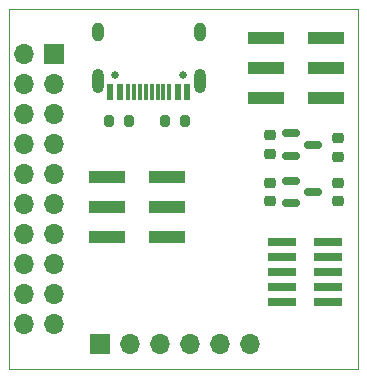
<source format=gbr>
G04 #@! TF.GenerationSoftware,KiCad,Pcbnew,(6.99.0-1917-g23fb4c7433)*
G04 #@! TF.CreationDate,2022-06-18T14:57:07+10:00*
G04 #@! TF.ProjectId,JtagArm20Adapter,4a746167-4172-46d3-9230-416461707465,rev?*
G04 #@! TF.SameCoordinates,PX8404630PY68290a0*
G04 #@! TF.FileFunction,Soldermask,Top*
G04 #@! TF.FilePolarity,Negative*
%FSLAX46Y46*%
G04 Gerber Fmt 4.6, Leading zero omitted, Abs format (unit mm)*
G04 Created by KiCad (PCBNEW (6.99.0-1917-g23fb4c7433)) date 2022-06-18 14:57:07*
%MOMM*%
%LPD*%
G01*
G04 APERTURE LIST*
G04 Aperture macros list*
%AMRoundRect*
0 Rectangle with rounded corners*
0 $1 Rounding radius*
0 $2 $3 $4 $5 $6 $7 $8 $9 X,Y pos of 4 corners*
0 Add a 4 corners polygon primitive as box body*
4,1,4,$2,$3,$4,$5,$6,$7,$8,$9,$2,$3,0*
0 Add four circle primitives for the rounded corners*
1,1,$1+$1,$2,$3*
1,1,$1+$1,$4,$5*
1,1,$1+$1,$6,$7*
1,1,$1+$1,$8,$9*
0 Add four rect primitives between the rounded corners*
20,1,$1+$1,$2,$3,$4,$5,0*
20,1,$1+$1,$4,$5,$6,$7,0*
20,1,$1+$1,$6,$7,$8,$9,0*
20,1,$1+$1,$8,$9,$2,$3,0*%
G04 Aperture macros list end*
%ADD10R,2.400000X0.740000*%
%ADD11R,1.700000X1.700000*%
%ADD12O,1.700000X1.700000*%
%ADD13RoundRect,0.225000X0.250000X-0.225000X0.250000X0.225000X-0.250000X0.225000X-0.250000X-0.225000X0*%
%ADD14RoundRect,0.200000X-0.200000X-0.275000X0.200000X-0.275000X0.200000X0.275000X-0.200000X0.275000X0*%
%ADD15RoundRect,0.200000X0.200000X0.275000X-0.200000X0.275000X-0.200000X-0.275000X0.200000X-0.275000X0*%
%ADD16R,3.150000X1.000000*%
%ADD17RoundRect,0.150000X-0.587500X-0.150000X0.587500X-0.150000X0.587500X0.150000X-0.587500X0.150000X0*%
%ADD18RoundRect,0.225000X-0.250000X0.225000X-0.250000X-0.225000X0.250000X-0.225000X0.250000X0.225000X0*%
%ADD19C,0.650000*%
%ADD20R,0.600000X1.450000*%
%ADD21R,0.300000X1.450000*%
%ADD22O,1.000000X2.100000*%
%ADD23O,1.000000X1.600000*%
G04 #@! TA.AperFunction,Profile*
%ADD24C,0.050000*%
G04 #@! TD*
G04 APERTURE END LIST*
D10*
X27019999Y5679999D03*
X23119999Y5679999D03*
X27019999Y6949999D03*
X23119999Y6949999D03*
X27019999Y8219999D03*
X23119999Y8219999D03*
X27019999Y9489999D03*
X23119999Y9489999D03*
X27019999Y10759999D03*
X23119999Y10759999D03*
D11*
X3809999Y26669999D03*
D12*
X1269999Y26669999D03*
X3809999Y24129999D03*
X1269999Y24129999D03*
X3809999Y21589999D03*
X1269999Y21589999D03*
X3809999Y19049999D03*
X1269999Y19049999D03*
X3809999Y16509999D03*
X1269999Y16509999D03*
X3809999Y13969999D03*
X1269999Y13969999D03*
X3809999Y11429999D03*
X1269999Y11429999D03*
X3809999Y8889999D03*
X1269999Y8889999D03*
X3809999Y6349999D03*
X1269999Y6349999D03*
X3809999Y3809999D03*
X1269999Y3809999D03*
D11*
X7689999Y2129999D03*
D12*
X10229999Y2129999D03*
X12769999Y2129999D03*
X15309999Y2129999D03*
X17849999Y2129999D03*
X20389999Y2129999D03*
D13*
X22070000Y14195000D03*
X22070000Y15745000D03*
D14*
X8495000Y20970000D03*
X10145000Y20970000D03*
D15*
X14895000Y20970000D03*
X13245000Y20970000D03*
D16*
X13344999Y11179999D03*
X8294999Y11179999D03*
X13344999Y13719999D03*
X8294999Y13719999D03*
X13344999Y16259999D03*
X8294999Y16259999D03*
D17*
X23882500Y19920000D03*
X23882500Y18020000D03*
X25757500Y18970000D03*
D16*
X26844999Y22929999D03*
X21794999Y22929999D03*
X26844999Y25469999D03*
X21794999Y25469999D03*
X26844999Y28009999D03*
X21794999Y28009999D03*
D18*
X27820000Y19495000D03*
X27820000Y17945000D03*
D13*
X27820000Y14195000D03*
X27820000Y15745000D03*
D19*
X14710000Y24870000D03*
X8930000Y24870000D03*
D20*
X15069999Y23424999D03*
X14269999Y23424999D03*
D21*
X13069999Y23424999D03*
X12069999Y23424999D03*
X11569999Y23424999D03*
X10569999Y23424999D03*
D20*
X9369999Y23424999D03*
X8569999Y23424999D03*
X8569999Y23424999D03*
X9369999Y23424999D03*
D21*
X10069999Y23424999D03*
X11069999Y23424999D03*
X12569999Y23424999D03*
X13569999Y23424999D03*
D20*
X14269999Y23424999D03*
X15069999Y23424999D03*
D22*
X16139999Y24339999D03*
D23*
X16139999Y28519999D03*
D22*
X7499999Y24339999D03*
D23*
X7499999Y28519999D03*
D17*
X23882500Y15920000D03*
X23882500Y14020000D03*
X25757500Y14970000D03*
D13*
X22070000Y18195000D03*
X22070000Y19745000D03*
D24*
X0Y0D02*
X0Y30480000D01*
X29570000Y30480000D02*
X29570000Y0D01*
X0Y30480000D02*
X29570000Y30480000D01*
X29570000Y0D02*
X0Y0D01*
M02*

</source>
